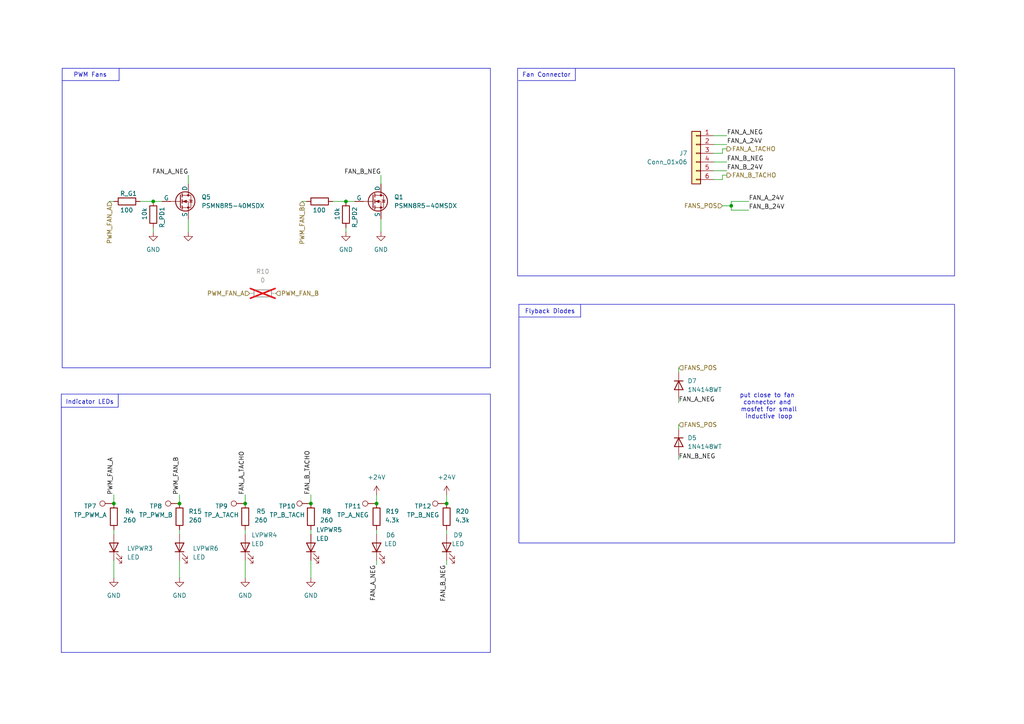
<source format=kicad_sch>
(kicad_sch (version 20250114) (generator "eeschema") (generator_version "9.0")
  (paper "A4")
  (lib_symbols
    (symbol "Connector:TestPoint" (pin_numbers (hide yes)) (pin_names (offset 0.762) (hide yes))
      (property "Reference" "TP" (at 0 6.858 0))
      (property "Value" "TestPoint" (at 0 5.08 0))
      (symbol "TestPoint_0_1"
        (circle (center 0 3.302) (radius 0.762))
      )
      (symbol "TestPoint_1_1"
        (pin passive line (at 0 0 90) (length 2.54) (name "1") (number "1"))
      )
    )
    (symbol "Connector_Generic:Conn_01x06" (pin_names (offset 1.016) (hide yes))
      (property "Reference" "J" (at 0 7.62 0))
      (property "Value" "Conn_01x06" (at 0 -10.16 0))
      (symbol "Conn_01x06_1_1"
        (rectangle (start -1.27 6.35) (end 1.27 -8.89) (stroke (width 0.254)) (fill (type background)))
        (rectangle (start -1.27 5.207) (end 0 4.953) (stroke (width 0.1524)))
        (rectangle (start -1.27 2.667) (end 0 2.413) (stroke (width 0.1524)))
        (rectangle (start -1.27 0.127) (end 0 -0.127) (stroke (width 0.1524)))
        (rectangle (start -1.27 -2.413) (end 0 -2.667) (stroke (width 0.1524)))
        (rectangle (start -1.27 -4.953) (end 0 -5.207) (stroke (width 0.1524)))
        (rectangle (start -1.27 -7.493) (end 0 -7.747) (stroke (width 0.1524)))
        (pin passive line (at -5.08 5.08 0) (length 3.81) (name "Pin_1") (number "1"))
        (pin passive line (at -5.08 2.54 0) (length 3.81) (name "Pin_2") (number "2"))
        (pin passive line (at -5.08 0 0) (length 3.81) (name "Pin_3") (number "3"))
        (pin passive line (at -5.08 -2.54 0) (length 3.81) (name "Pin_4") (number "4"))
        (pin passive line (at -5.08 -5.08 0) (length 3.81) (name "Pin_5") (number "5"))
        (pin passive line (at -5.08 -7.62 0) (length 3.81) (name "Pin_6") (number "6"))
      )
    )
    (symbol "Device:LED" (pin_numbers (hide yes)) (pin_names (offset 1.016) (hide yes))
      (property "Reference" "D" (at 0 2.54 0))
      (property "Value" "LED" (at 0 -2.54 0))
      (symbol "LED_0_1"
        (polyline (pts (xy -3.048 -0.762) (xy -4.572 -2.286) (xy -3.81 -2.286) (xy -4.572 -2.286) (xy -4.572 -1.524)))
        (polyline (pts (xy -1.778 -0.762) (xy -3.302 -2.286) (xy -2.54 -2.286) (xy -3.302 -2.286) (xy -3.302 -1.524)))
        (polyline (pts (xy -1.27 0) (xy 1.27 0)))
        (polyline (pts (xy -1.27 -1.27) (xy -1.27 1.27)) (stroke (width 0.254)))
        (polyline (pts (xy 1.27 -1.27) (xy 1.27 1.27) (xy -1.27 0) (xy 1.27 -1.27)) (stroke (width 0.254)))
      )
      (symbol "LED_1_1"
        (pin passive line (at -3.81 0 0) (length 2.54) (name "K") (number "1"))
        (pin passive line (at 3.81 0 180) (length 2.54) (name "A") (number "2"))
      )
    )
    (symbol "Device:R" (pin_numbers (hide yes)) (pin_names (offset 0))
      (property "Reference" "R" (at 2.032 0 90))
      (property "Value" "R" (at 0 0 90))
      (symbol "R_0_1"
        (rectangle (start -1.016 -2.54) (end 1.016 2.54) (stroke (width 0.254)))
      )
      (symbol "R_1_1"
        (pin passive line (at 0 3.81 270) (length 1.27) (name "~") (number "1"))
        (pin passive line (at 0 -3.81 90) (length 1.27) (name "~") (number "2"))
      )
    )
    (symbol "Diode:1N4148WT" (pin_numbers (hide yes)) (pin_names (hide yes))
      (property "Reference" "D" (at 0 2.54 0))
      (property "Value" "1N4148WT" (at 0 -2.54 0))
      (symbol "1N4148WT_0_1"
        (polyline (pts (xy -1.27 1.27) (xy -1.27 -1.27)) (stroke (width 0.254)))
        (polyline (pts (xy 1.27 1.27) (xy 1.27 -1.27) (xy -1.27 0) (xy 1.27 1.27)) (stroke (width 0.254)))
        (polyline (pts (xy 1.27 0) (xy -1.27 0)))
      )
      (symbol "1N4148WT_1_1"
        (pin passive line (at -3.81 0 0) (length 2.54) (name "K") (number "1"))
        (pin passive line (at 3.81 0 180) (length 2.54) (name "A") (number "2"))
      )
    )
    (symbol "Simulation_SPICE:NMOS" (pin_numbers (hide yes)) (pin_names (offset 0))
      (property "Reference" "Q" (at 5.08 1.27 0))
      (property "Value" "NMOS" (at 5.08 -1.27 0))
      (symbol "NMOS_0_1"
        (polyline (pts (xy 0.254 1.905) (xy 0.254 -1.905)) (stroke (width 0.254)))
        (polyline (pts (xy 0.254 0) (xy -2.54 0)))
        (polyline (pts (xy 0.762 2.286) (xy 0.762 1.27)) (stroke (width 0.254)))
        (polyline (pts (xy 0.762 0.508) (xy 0.762 -0.508)) (stroke (width 0.254)))
        (polyline (pts (xy 0.762 -1.27) (xy 0.762 -2.286)) (stroke (width 0.254)))
        (polyline (pts (xy 0.762 -1.778) (xy 3.302 -1.778) (xy 3.302 1.778) (xy 0.762 1.778)))
        (polyline (pts (xy 1.016 0) (xy 2.032 0.381) (xy 2.032 -0.381) (xy 1.016 0)) (fill (type outline)))
        (circle (center 1.651 0) (radius 2.794) (stroke (width 0.254)))
        (polyline (pts (xy 2.54 2.54) (xy 2.54 1.778)))
        (circle (center 2.54 1.778) (radius 0.254) (fill (type outline)))
        (circle (center 2.54 -1.778) (radius 0.254) (fill (type outline)))
        (polyline (pts (xy 2.54 -2.54) (xy 2.54 0) (xy 0.762 0)))
        (polyline (pts (xy 2.794 0.508) (xy 2.921 0.381) (xy 3.683 0.381) (xy 3.81 0.254)))
        (polyline (pts (xy 3.302 0.381) (xy 2.921 -0.254) (xy 3.683 -0.254) (xy 3.302 0.381)))
      )
      (symbol "NMOS_1_1"
        (pin input line (at -5.08 0 0) (length 2.54) (name "G") (number "2"))
        (pin passive line (at 2.54 5.08 270) (length 2.54) (name "D") (number "1"))
        (pin passive line (at 2.54 -5.08 90) (length 2.54) (name "S") (number "3"))
      )
    )
    (symbol "power:+24V" (power) (pin_numbers (hide yes)) (pin_names (offset 0) (hide yes))
      (property "Value" "+24V" (at 0 3.556 0))
      (symbol "+24V_0_1"
        (polyline (pts (xy -0.762 1.27) (xy 0 2.54)))
        (polyline (pts (xy 0 2.54) (xy 0.762 1.27)))
        (polyline (pts (xy 0 0) (xy 0 2.54)))
      )
      (symbol "+24V_1_1"
        (pin power_in line (at 0 0 90) (length 0) (name "~") (number "1"))
      )
    )
    (symbol "power:GND" (power) (pin_numbers (hide yes)) (pin_names (offset 0) (hide yes))
      (property "Value" "GND" (at 0 -3.81 0))
      (symbol "GND_0_1"
        (polyline (pts (xy 0 0) (xy 0 -1.27) (xy 1.27 -1.27) (xy 0 -2.54) (xy -1.27 -1.27) (xy 0 -1.27)))
      )
      (symbol "GND_1_1"
        (pin power_in line (at 0 0 270) (length 0) (name "~") (number "1"))
      )
    )
  )
  (rectangle (start 18.034 19.812) (end 142.24 106.68))
  (rectangle (start 150.495 88.265) (end 276.86 157.48))
  (rectangle (start 150.114 19.812) (end 276.86 80.01))
  (rectangle (start 17.78 114.3) (end 142.24 189.23))
  (text "Fan Connector" (at 158.496 21.844 0) (effects (font (size 1.27 1.27))))
  (text "Indicator LEDs" (at 26.035 116.713 0) (effects (font (size 1.27 1.27))))
  (text "Flyback Diodes" (at 159.512 90.424 0) (effects (font (size 1.27 1.27))))
  (text "PWM Fans" (at 26.162 21.844 0) (effects (font (size 1.27 1.27))))
  (text "put close to fan \nconnector and \nmosfet for small\ninductive loop" (at 223.012 117.856 0) (effects (font (size 1.27 1.27))))
  (junction (at 90.17 146.05))
  (junction (at 109.22 146.05))
  (junction (at 52.07 146.05))
  (junction (at 44.45 58.42))
  (junction (at 212.09 59.69))
  (junction (at 33.02 146.05))
  (junction (at 71.12 146.05))
  (junction (at 100.33 58.42))
  (junction (at 129.54 146.05))
  (wire (pts (xy 129.54 163.83) (xy 129.54 162.56)))
  (wire (pts (xy 54.61 67.31) (xy 54.61 63.5)))
  (wire (pts (xy 209.55 50.8) (xy 209.55 52.07)))
  (wire (pts (xy 207.01 39.37) (xy 210.82 39.37)))
  (polyline (pts (xy 150.622 91.948) (xy 168.402 91.948)))
  (wire (pts (xy 44.45 58.42) (xy 46.99 58.42)))
  (polyline (pts (xy 168.402 88.392) (xy 168.402 91.948)))
  (wire (pts (xy 212.09 58.42) (xy 212.09 59.69)))
  (wire (pts (xy 207.01 46.99) (xy 210.82 46.99)))
  (wire (pts (xy 109.22 163.83) (xy 109.22 162.56)))
  (wire (pts (xy 33.02 153.67) (xy 33.02 154.94)))
  (wire (pts (xy 209.55 50.8) (xy 210.82 50.8)))
  (wire (pts (xy 207.01 49.53) (xy 210.82 49.53)))
  (polyline (pts (xy 166.878 19.812) (xy 166.878 23.368)))
  (wire (pts (xy 52.07 143.51) (xy 52.07 146.05)))
  (wire (pts (xy 196.85 106.68) (xy 196.85 107.95)))
  (wire (pts (xy 90.17 162.56) (xy 90.17 167.64)))
  (polyline (pts (xy 34.29 114.3) (xy 34.29 118.11)))
  (wire (pts (xy 33.02 162.56) (xy 33.02 167.64)))
  (wire (pts (xy 54.61 50.8) (xy 54.61 53.34)))
  (wire (pts (xy 87.63 58.42) (xy 88.9 58.42)))
  (wire (pts (xy 217.17 58.42) (xy 212.09 58.42)))
  (wire (pts (xy 129.54 154.94) (xy 129.54 153.67)))
  (wire (pts (xy 196.85 133.35) (xy 196.85 132.08)))
  (wire (pts (xy 71.12 143.51) (xy 71.12 146.05)))
  (wire (pts (xy 207.01 41.91) (xy 210.82 41.91)))
  (wire (pts (xy 109.22 146.05) (xy 109.22 143.51)))
  (wire (pts (xy 44.45 66.04) (xy 44.45 67.31)))
  (wire (pts (xy 100.33 58.42) (xy 102.87 58.42)))
  (wire (pts (xy 209.55 44.45) (xy 207.01 44.45)))
  (wire (pts (xy 212.09 60.96) (xy 217.17 60.96)))
  (wire (pts (xy 209.55 52.07) (xy 207.01 52.07)))
  (wire (pts (xy 110.49 67.31) (xy 110.49 63.5)))
  (polyline (pts (xy 150.368 23.368) (xy 166.878 23.368)))
  (wire (pts (xy 96.52 58.42) (xy 100.33 58.42)))
  (polyline (pts (xy 17.78 118.11) (xy 34.29 118.11)))
  (wire (pts (xy 100.33 66.04) (xy 100.33 67.31)))
  (wire (pts (xy 52.07 162.56) (xy 52.07 167.64)))
  (wire (pts (xy 196.85 116.84) (xy 196.85 115.57)))
  (polyline (pts (xy 34.544 19.812) (xy 34.544 23.368)))
  (polyline (pts (xy 18.034 23.368) (xy 34.544 23.368)))
  (wire (pts (xy 209.55 43.18) (xy 210.82 43.18)))
  (wire (pts (xy 40.64 58.42) (xy 44.45 58.42)))
  (wire (pts (xy 31.75 58.42) (xy 33.02 58.42)))
  (wire (pts (xy 129.54 143.51) (xy 129.54 146.05)))
  (wire (pts (xy 212.09 59.69) (xy 212.09 60.96)))
  (wire (pts (xy 71.12 153.67) (xy 71.12 154.94)))
  (wire (pts (xy 33.02 143.51) (xy 33.02 146.05)))
  (wire (pts (xy 212.09 59.69) (xy 209.55 59.69)))
  (wire (pts (xy 196.85 123.19) (xy 196.85 124.46)))
  (wire (pts (xy 109.22 154.94) (xy 109.22 153.67)))
  (wire (pts (xy 90.17 143.51) (xy 90.17 146.05)))
  (wire (pts (xy 110.49 50.8) (xy 110.49 53.34)))
  (wire (pts (xy 209.55 43.18) (xy 209.55 44.45)))
  (wire (pts (xy 71.12 162.56) (xy 71.12 167.64)))
  (wire (pts (xy 90.17 153.67) (xy 90.17 154.94)))
  (wire (pts (xy 52.07 153.67) (xy 52.07 154.94)))
  (label "FAN_A_NEG" (at 210.82 39.37 0))
  (label "FAN_B_NEG" (at 196.85 133.35 0))
  (label "FAN_A_TACHO" (at 71.12 143.51 90))
  (label "FAN_A_24V" (at 210.82 41.91 0))
  (label "PWM_FAN_B" (at 52.07 143.51 90))
  (label "FAN_B_NEG" (at 110.49 50.8 180))
  (label "FAN_B_NEG" (at 210.82 46.99 0))
  (label "FAN_B_NEG" (at 129.54 163.83 270))
  (label "FAN_A_NEG" (at 109.22 163.83 270))
  (label "FAN_B_24V" (at 210.82 49.53 0))
  (label "FAN_A_24V" (at 217.17 58.42 0))
  (label "PWM_FAN_A" (at 33.02 143.51 90))
  (label "FAN_A_NEG" (at 54.61 50.8 180))
  (label "FAN_A_NEG" (at 196.85 116.84 0))
  (label "FAN_B_TACHO" (at 90.17 143.51 90))
  (label "FAN_B_24V" (at 217.17 60.96 0))
  (hierarchical_label "FANS_POS" (shape input) (at 196.85 106.68 0))
  (hierarchical_label "PWM_FAN_B" (shape input) (at 87.63 58.42 270))
  (hierarchical_label "FAN_B_TACHO" (shape output) (at 210.82 50.8 0))
  (hierarchical_label "PWM_FAN_B" (shape input) (at 80.01 85.09 0))
  (hierarchical_label "PWM_FAN_A" (shape input) (at 72.39 85.09 180))
  (hierarchical_label "FANS_POS" (shape input) (at 209.55 59.69 180))
  (hierarchical_label "PWM_FAN_A" (shape input) (at 31.75 58.42 270))
  (hierarchical_label "FANS_POS" (shape input) (at 196.85 123.19 0))
  (hierarchical_label "FAN_A_TACHO" (shape output) (at 210.82 43.18 0))
  (symbol (lib_id "power:GND") (at 90.17 167.64 0) (unit 1)
    (property "Reference" "#PWR015" (effects (hide yes)))
    (property "Value" "GND" (at 90.17 172.72 0))
    (property "Description" "Power symbol creates a global label with name \"GND\" , ground" (effects (hide yes)))
  )
  (symbol (lib_id "Simulation_SPICE:NMOS") (at 107.95 58.42 0) (unit 1)
    (property "Reference" "Q1" (at 114.3 57.1499 0) (effects (justify left)))
    (property "Value" "PSMN8R5-40MSDX" (at 114.3 59.6899 0) (effects (justify left)))
    (property "Footprint" "BUK7M1780EX" (effects (hide yes)))
    (property "Datasheet" "https://assets.nexperia.com/documents/data-sheet/PSMN8R5-40MSD.pdf" (effects (hide yes)))
    (property "Description" "MOSFETs PSMN8R5-40MSD/SOT1210/mLFPAK" (effects (hide yes)))
    (property "Height" "1" (effects (hide yes)))
    (property "Mouser Part Number" "771-PSMN8R5-40MSDX" (effects (hide yes)))
    (property "Mouser Price/Stock" "https://www.mouser.co.uk/ProductDetail/Nexperia/PSMN8R5-40MSDX?qs=vHuUswq2%252BswjdnYdBdHaPw%3D%3D" (effects (hide yes)))
    (property "Manufacturer_Name" "Nexperia" (effects (hide yes)))
    (property "Manufacturer_Part_Number" "PSMN8R5-40MSDX" (effects (hide yes)))
  )
  (symbol (lib_id "Device:LED") (at 90.17 158.75 90) (unit 1)
    (property "Reference" "LVPWR5" (at 91.694 153.67 90) (effects (justify right)))
    (property "Value" "LED" (at 91.694 156.21 90) (effects (justify right)))
    (property "Footprint" "LED_SMD:LED_0603_1608Metric" (effects (hide yes)))
    (property "Description" "Light emitting diode" (effects (hide yes)))
    (property "Sim.Pins" "1=K 2=A" (effects (hide yes)))
  )
  (symbol (lib_id "power:GND") (at 44.45 67.31 0) (unit 1)
    (property "Reference" "#PWR019" (effects (hide yes)))
    (property "Value" "GND" (at 44.45 72.39 0))
    (property "Description" "Power symbol creates a global label with name \"GND\" , ground" (effects (hide yes)))
  )
  (symbol (lib_id "power:+24V") (at 129.54 143.51 0) (unit 1)
    (property "Reference" "#PWR062" (effects (hide yes)))
    (property "Value" "+24V" (at 129.54 138.43 0))
    (property "Description" "Power symbol creates a global label with name \"+24V\"" (effects (hide yes)))
  )
  (symbol (lib_id "Device:R") (at 92.71 58.42 270) (unit 1)
    (property "Reference" "R_G2" (effects (hide yes)))
    (property "Value" "100" (at 90.678 60.96 90) (effects (justify left)))
    (property "Description" "Resistor" (effects (hide yes)))
  )
  (symbol (lib_id "power:GND") (at 100.33 67.31 0) (unit 1)
    (property "Reference" "#PWR026" (effects (hide yes)))
    (property "Value" "GND" (at 100.33 72.39 0))
    (property "Description" "Power symbol creates a global label with name \"GND\" , ground" (effects (hide yes)))
  )
  (symbol (lib_id "Device:R") (at 129.54 149.86 180) (unit 1)
    (property "Reference" "R20" (at 134.112 148.336 0))
    (property "Value" "4.3k" (at 134.112 150.876 0))
    (property "Description" "Resistor" (effects (hide yes)))
  )
  (symbol (lib_id "Device:LED") (at 52.07 158.75 90) (unit 1)
    (property "Reference" "LVPWR6" (at 55.88 159.0674 90) (effects (justify right)))
    (property "Value" "LED" (at 55.88 161.6074 90) (effects (justify right)))
    (property "Footprint" "LED_SMD:LED_0603_1608Metric" (effects (hide yes)))
    (property "Description" "Light emitting diode" (effects (hide yes)))
    (property "Sim.Pins" "1=K 2=A" (effects (hide yes)))
  )
  (symbol (lib_id "power:GND") (at 54.61 67.31 0) (unit 1)
    (property "Reference" "#PWR055" (effects (hide yes)))
    (property "Value" "GND" (effects (hide yes)))
    (property "Description" "Power symbol creates a global label with name \"GND\" , ground" (effects (hide yes)))
  )
  (symbol (lib_id "power:GND") (at 52.07 167.64 0) (unit 1)
    (property "Reference" "#PWR035" (effects (hide yes)))
    (property "Value" "GND" (at 52.07 172.72 0))
    (property "Description" "Power symbol creates a global label with name \"GND\" , ground" (effects (hide yes)))
  )
  (symbol (lib_id "Device:R") (at 36.83 58.42 270) (unit 1)
    (property "Reference" "R_G1" (at 34.798 56.134 90) (effects (justify left)))
    (property "Value" "100" (at 34.798 60.96 90) (effects (justify left)))
    (property "Description" "Resistor" (effects (hide yes)))
  )
  (symbol (lib_id "Device:R") (at 52.07 149.86 180) (unit 1)
    (property "Reference" "R15" (at 56.642 148.336 0))
    (property "Value" "260" (at 56.642 150.876 0))
    (property "Description" "Resistor" (effects (hide yes)))
  )
  (symbol (lib_id "Connector:TestPoint") (at 71.12 146.05 90) (unit 1)
    (property "Reference" "TP9" (at 64.262 146.812 90))
    (property "Value" "TP_A_TACH" (at 64.262 149.352 90))
    (property "Description" "test point" (effects (hide yes)))
  )
  (symbol (lib_id "Device:LED") (at 129.54 158.75 90) (unit 1)
    (property "Reference" "D9" (at 132.842 155.194 90))
    (property "Value" "LED" (at 132.842 157.734 90))
    (property "Description" "Light emitting diode" (effects (hide yes)))
    (property "Sim.Pins" "1=K 2=A" (effects (hide yes)))
  )
  (symbol (lib_id "Connector:TestPoint") (at 129.54 146.05 90) (unit 1)
    (property "Reference" "TP12" (at 122.682 146.812 90))
    (property "Value" "TP_B_NEG" (at 122.682 149.352 90))
    (property "Description" "test point" (effects (hide yes)))
  )
  (symbol (lib_id "Device:LED") (at 71.12 158.75 90) (unit 1)
    (property "Reference" "LVPWR4" (at 72.898 155.194 90) (effects (justify right)))
    (property "Value" "LED" (at 72.898 157.734 90) (effects (justify right)))
    (property "Footprint" "LED_SMD:LED_0603_1608Metric" (effects (hide yes)))
    (property "Description" "Light emitting diode" (effects (hide yes)))
    (property "Sim.Pins" "1=K 2=A" (effects (hide yes)))
  )
  (symbol (lib_id "Diode:1N4148WT") (at 196.85 111.76 270) (unit 1)
    (property "Reference" "D7" (at 199.39 110.4899 90) (effects (justify left)))
    (property "Value" "1N4148WT" (at 199.39 113.0299 90) (effects (justify left)))
    (property "Footprint" "Diode_SMD:D_SOD-523" (effects (hide yes)))
    (property "Datasheet" "https://www.diodes.com/assets/Datasheets/ds30396.pdf" (effects (hide yes)))
    (property "Description" "75V 0.15A Fast switching Diode, SOD-523" (effects (hide yes)))
    (property "Sim.Device" "D" (effects (hide yes)))
    (property "Sim.Pins" "1=K 2=A" (effects (hide yes)))
  )
  (symbol (lib_id "Simulation_SPICE:NMOS") (at 52.07 58.42 0) (unit 1)
    (property "Reference" "Q5" (at 58.42 57.1499 0) (effects (justify left)))
    (property "Value" "PSMN8R5-40MSDX" (at 58.42 59.6899 0) (effects (justify left)))
    (property "Footprint" "BUK7M1780EX" (effects (hide yes)))
    (property "Datasheet" "https://assets.nexperia.com/documents/data-sheet/PSMN8R5-40MSD.pdf" (effects (hide yes)))
    (property "Description" "MOSFETs PSMN8R5-40MSD/SOT1210/mLFPAK" (effects (hide yes)))
    (property "Height" "1" (effects (hide yes)))
    (property "Mouser Part Number" "771-PSMN8R5-40MSDX" (effects (hide yes)))
    (property "Mouser Price/Stock" "https://www.mouser.co.uk/ProductDetail/Nexperia/PSMN8R5-40MSDX?qs=vHuUswq2%252BswjdnYdBdHaPw%3D%3D" (effects (hide yes)))
    (property "Manufacturer_Name" "Nexperia" (effects (hide yes)))
    (property "Manufacturer_Part_Number" "PSMN8R5-40MSDX" (effects (hide yes)))
  )
  (symbol (lib_id "Device:LED") (at 33.02 158.75 90) (unit 1)
    (property "Reference" "LVPWR3" (at 36.83 159.0674 90) (effects (justify right)))
    (property "Value" "LED" (at 36.83 161.6074 90) (effects (justify right)))
    (property "Footprint" "LED_SMD:LED_0603_1608Metric" (effects (hide yes)))
    (property "Description" "Light emitting diode" (effects (hide yes)))
    (property "Sim.Pins" "1=K 2=A" (effects (hide yes)))
  )
  (symbol (lib_id "power:+24V") (at 109.22 143.51 0) (unit 1)
    (property "Reference" "#PWR061" (effects (hide yes)))
    (property "Value" "+24V" (at 109.22 138.43 0))
    (property "Description" "Power symbol creates a global label with name \"+24V\"" (effects (hide yes)))
  )
  (symbol (lib_id "Device:R") (at 90.17 149.86 180) (unit 1)
    (property "Reference" "R8" (at 94.742 148.336 0))
    (property "Value" "260" (at 94.742 150.876 0))
    (property "Description" "Resistor" (effects (hide yes)))
  )
  (symbol (lib_id "Connector:TestPoint") (at 33.02 146.05 90) (unit 1)
    (property "Reference" "TP7" (at 26.162 146.812 90))
    (property "Value" "TP_PWM_A" (at 26.162 149.352 90))
    (property "Description" "test point" (effects (hide yes)))
  )
  (symbol (lib_id "Connector:TestPoint") (at 90.17 146.05 90) (unit 1)
    (property "Reference" "TP10" (at 83.312 146.812 90))
    (property "Value" "TP_B_TACH" (at 83.312 149.352 90))
    (property "Description" "test point" (effects (hide yes)))
  )
  (symbol (lib_id "power:GND") (at 71.12 167.64 0) (unit 1)
    (property "Reference" "#PWR013" (effects (hide yes)))
    (property "Value" "GND" (at 71.12 172.72 0))
    (property "Description" "Power symbol creates a global label with name \"GND\" , ground" (effects (hide yes)))
  )
  (symbol (lib_id "Device:R") (at 33.02 149.86 180) (unit 1)
    (property "Reference" "R4" (at 37.592 148.336 0))
    (property "Value" "260" (at 37.592 150.876 0))
    (property "Description" "Resistor" (effects (hide yes)))
  )
  (symbol (lib_id "Device:R") (at 109.22 149.86 180) (unit 1)
    (property "Reference" "R19" (at 113.792 148.336 0))
    (property "Value" "4.3k" (at 113.792 150.876 0))
    (property "Description" "Resistor" (effects (hide yes)))
  )
  (symbol (lib_id "Device:R") (at 44.45 62.23 180) (unit 1)
    (property "Reference" "R_PD1" (at 46.99 59.944 90) (effects (justify left)))
    (property "Value" "10k" (at 41.91 60.198 90) (effects (justify left)))
    (property "Description" "Resistor" (effects (hide yes)))
  )
  (symbol (lib_id "Connector_Generic:Conn_01x06") (at 201.93 44.45 0) (mirror y) (unit 1)
    (property "Reference" "J7" (at 199.39 44.4499 0) (effects (justify left)))
    (property "Value" "Conn_01x06" (at 199.39 46.9899 0) (effects (justify left)))
    (property "Description" "Generic connector, single row, 01x06, script generated (kicad-library-utils/schlib/autogen/connector/)" (effects (hide yes)))
  )
  (symbol (lib_id "Connector:TestPoint") (at 109.22 146.05 90) (unit 1)
    (property "Reference" "TP11" (at 102.362 146.812 90))
    (property "Value" "TP_A_NEG" (at 102.362 149.352 90))
    (property "Description" "test point" (effects (hide yes)))
  )
  (symbol (lib_id "Diode:1N4148WT") (at 196.85 128.27 270) (unit 1)
    (property "Reference" "D5" (at 199.39 126.9999 90) (effects (justify left)))
    (property "Value" "1N4148WT" (at 199.39 129.5399 90) (effects (justify left)))
    (property "Footprint" "Diode_SMD:D_SOD-523" (effects (hide yes)))
    (property "Datasheet" "https://www.diodes.com/assets/Datasheets/ds30396.pdf" (effects (hide yes)))
    (property "Description" "75V 0.15A Fast switching Diode, SOD-523" (effects (hide yes)))
    (property "Sim.Device" "D" (effects (hide yes)))
    (property "Sim.Pins" "1=K 2=A" (effects (hide yes)))
  )
  (symbol (lib_id "Connector:TestPoint") (at 52.07 146.05 90) (unit 1)
    (property "Reference" "TP8" (at 45.212 146.812 90))
    (property "Value" "TP_PWM_B" (at 45.212 149.352 90))
    (property "Description" "test point" (effects (hide yes)))
  )
  (symbol (lib_id "Device:R") (at 76.2 85.09 90) (unit 1) (dnp yes)
    (property "Reference" "R10" (at 76.2 78.74 90))
    (property "Value" "0" (at 76.2 81.28 90))
    (property "Description" "Resistor" (effects (hide yes)))
  )
  (symbol (lib_id "Device:R") (at 100.33 62.23 180) (unit 1)
    (property "Reference" "R_PD2" (at 102.87 59.944 90) (effects (justify left)))
    (property "Value" "10k" (at 97.79 60.198 90) (effects (justify left)))
    (property "Description" "Resistor" (effects (hide yes)))
  )
  (symbol (lib_id "Device:R") (at 71.12 149.86 180) (unit 1)
    (property "Reference" "R5" (at 75.692 148.336 0))
    (property "Value" "260" (at 75.692 150.876 0))
    (property "Description" "Resistor" (effects (hide yes)))
  )
  (symbol (lib_id "Device:LED") (at 109.22 158.75 90) (unit 1)
    (property "Reference" "D6" (at 113.284 155.194 90))
    (property "Value" "LED" (at 113.284 157.734 90))
    (property "Description" "Light emitting diode" (effects (hide yes)))
    (property "Sim.Pins" "1=K 2=A" (effects (hide yes)))
  )
  (symbol (lib_id "power:GND") (at 110.49 67.31 0) (unit 1)
    (property "Reference" "#PWR08" (effects (hide yes)))
    (property "Value" "GND" (at 110.49 72.39 0))
    (property "Description" "Power symbol creates a global label with name \"GND\" , ground" (effects (hide yes)))
  )
  (symbol (lib_id "power:GND") (at 33.02 167.64 0) (unit 1)
    (property "Reference" "#PWR016" (effects (hide yes)))
    (property "Value" "GND" (at 33.02 172.72 0))
    (property "Description" "Power symbol creates a global label with name \"GND\" , ground" (effects (hide yes)))
  )
)
</source>
